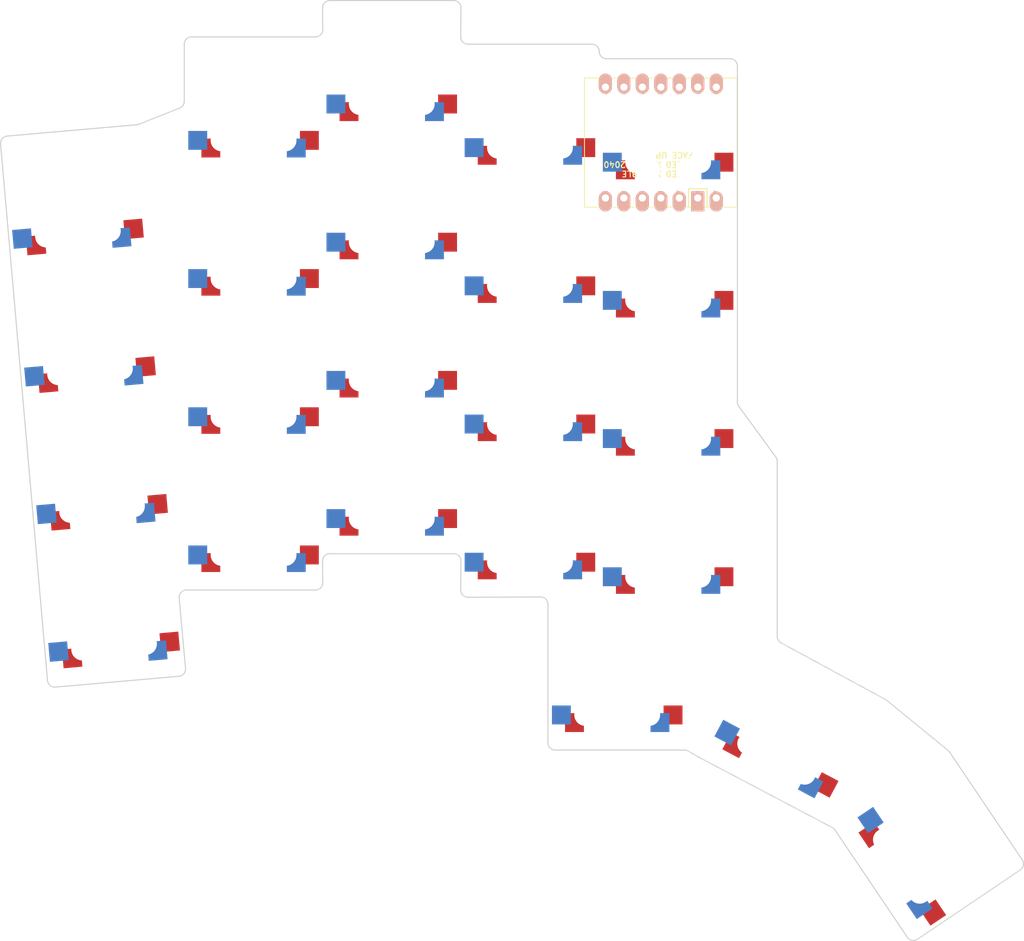
<source format=kicad_pcb>
(kicad_pcb (version 20240108) (generator "ergogen") (generator_version "4.1.0")
  (title_block (title "left") (date "2025-10-12") (rev "v1.0.0") (company "Unknown"))
  (layers (0 "F.Cu" signal) (31 "B.Cu" signal) (34 "B.Paste" user) (35 "F.Paste" user) (36 "B.SilkS" user "B.Silkscreen") (37 "F.SilkS" user "F.Silkscreen") (38 "B.Mask" user) (39 "F.Mask" user) (44 "Edge.Cuts" user))
  (net 0 "")
  (net 1 "P0")
  (net 2 "P1")
  (net 3 "P2")
  (net 4 "P3")
  (net 5 "P4")
  (net 6 "P5")
  (net 7 "P6")
  (net 8 "VUSB")
  (net 9 "GND")
  (net 10 "VCC")
  (net 11 "P10")
  (net 12 "P9")
  (net 13 "P8")
  (net 14 "P7")
  (net 15 "RST")
  (net 16 "BAT+")
  (footprint "gateron-ks27-hotswap-reversible" (layer "F.Cu")
    (property "Reference" "REF**" (at 0.1 -8.5 0) (layer "F.SilkS"))
    (property "Value" "ks27")
    (at 100 100 5)
    (fp_text reference "_1" hide)
    (pad "" np_thru_hole circle (at -4.4 4.7) (size 3 3) (drill 3) (layers "F&B.Cu" "*.Mask"))
    (pad "" np_thru_hole circle (at -2.6 5.75) (size 3 3) (drill 3) (layers "F&B.Cu" "*.Mask"))
    (pad "" np_thru_hole circle (at 0 0) (size 5 5) (drill 5) (layers "F&B.Cu" "*.Mask"))
    (pad "" np_thru_hole circle (at 2.6 5.75) (size 3 3) (drill 3) (layers "F&B.Cu" "*.Mask"))
    (pad "" np_thru_hole circle (at 4.4 4.7) (size 3 3) (drill 3) (layers "F&B.Cu" "*.Mask"))
    (pad "1" smd rect (at -7.675 4.7 5) (size 2.6 2.6) (layers "B.Cu" "B.Mask" "B.Paste"))
    (pad "1" smd rect (at -5.875 5.75 5) (size 2.6 2.6) (layers "F.Cu" "F.Mask" "F.Paste"))
    (pad "2" smd rect (at 5.875 5.75 5) (size 2.6 2.6) (layers "B.Cu" "B.Mask" "B.Paste"))
    (pad "2" smd rect (at 7.675 4.7 5) (size 2.6 2.6) (layers "F.Cu" "F.Mask" "F.Paste"))
  )
  (footprint "gateron-ks27-hotswap-reversible" (layer "F.Cu")
    (property "Reference" "REF**" (at 0.1 -8.5 0) (layer "F.SilkS"))
    (property "Value" "ks27")
    (at 98.3440409 81.0723007 5)
    (fp_text reference "_2" hide)
    (pad "" np_thru_hole circle (at -4.4 4.7) (size 3 3) (drill 3) (layers "F&B.Cu" "*.Mask"))
    (pad "" np_thru_hole circle (at -2.6 5.75) (size 3 3) (drill 3) (layers "F&B.Cu" "*.Mask"))
    (pad "" np_thru_hole circle (at 0 0) (size 5 5) (drill 5) (layers "F&B.Cu" "*.Mask"))
    (pad "" np_thru_hole circle (at 2.6 5.75) (size 3 3) (drill 3) (layers "F&B.Cu" "*.Mask"))
    (pad "" np_thru_hole circle (at 4.4 4.7) (size 3 3) (drill 3) (layers "F&B.Cu" "*.Mask"))
    (pad "1" smd rect (at -7.675 4.7 5) (size 2.6 2.6) (layers "B.Cu" "B.Mask" "B.Paste"))
    (pad "1" smd rect (at -5.875 5.75 5) (size 2.6 2.6) (layers "F.Cu" "F.Mask" "F.Paste"))
    (pad "2" smd rect (at 5.875 5.75 5) (size 2.6 2.6) (layers "B.Cu" "B.Mask" "B.Paste"))
    (pad "2" smd rect (at 7.675 4.7 5) (size 2.6 2.6) (layers "F.Cu" "F.Mask" "F.Paste"))
  )
  (footprint "gateron-ks27-hotswap-reversible" (layer "F.Cu")
    (property "Reference" "REF**" (at 0.1 -8.5 0) (layer "F.SilkS"))
    (property "Value" "ks27")
    (at 96.68808179999999 62.1446014 5)
    (fp_text reference "_3" hide)
    (pad "" np_thru_hole circle (at -4.4 4.7) (size 3 3) (drill 3) (layers "F&B.Cu" "*.Mask"))
    (pad "" np_thru_hole circle (at -2.6 5.75) (size 3 3) (drill 3) (layers "F&B.Cu" "*.Mask"))
    (pad "" np_thru_hole circle (at 0 0) (size 5 5) (drill 5) (layers "F&B.Cu" "*.Mask"))
    (pad "" np_thru_hole circle (at 2.6 5.75) (size 3 3) (drill 3) (layers "F&B.Cu" "*.Mask"))
    (pad "" np_thru_hole circle (at 4.4 4.7) (size 3 3) (drill 3) (layers "F&B.Cu" "*.Mask"))
    (pad "1" smd rect (at -7.675 4.7 5) (size 2.6 2.6) (layers "B.Cu" "B.Mask" "B.Paste"))
    (pad "1" smd rect (at -5.875 5.75 5) (size 2.6 2.6) (layers "F.Cu" "F.Mask" "F.Paste"))
    (pad "2" smd rect (at 5.875 5.75 5) (size 2.6 2.6) (layers "B.Cu" "B.Mask" "B.Paste"))
    (pad "2" smd rect (at 7.675 4.7 5) (size 2.6 2.6) (layers "F.Cu" "F.Mask" "F.Paste"))
  )
  (footprint "gateron-ks27-hotswap-reversible" (layer "F.Cu")
    (property "Reference" "REF**" (at 0.1 -8.5 0) (layer "F.SilkS"))
    (property "Value" "ks27")
    (at 95.03212269999999 43.2169021 5)
    (fp_text reference "_4" hide)
    (pad "" np_thru_hole circle (at -4.4 4.7) (size 3 3) (drill 3) (layers "F&B.Cu" "*.Mask"))
    (pad "" np_thru_hole circle (at -2.6 5.75) (size 3 3) (drill 3) (layers "F&B.Cu" "*.Mask"))
    (pad "" np_thru_hole circle (at 0 0) (size 5 5) (drill 5) (layers "F&B.Cu" "*.Mask"))
    (pad "" np_thru_hole circle (at 2.6 5.75) (size 3 3) (drill 3) (layers "F&B.Cu" "*.Mask"))
    (pad "" np_thru_hole circle (at 4.4 4.7) (size 3 3) (drill 3) (layers "F&B.Cu" "*.Mask"))
    (pad "1" smd rect (at -7.675 4.7 5) (size 2.6 2.6) (layers "B.Cu" "B.Mask" "B.Paste"))
    (pad "1" smd rect (at -5.875 5.75 5) (size 2.6 2.6) (layers "F.Cu" "F.Mask" "F.Paste"))
    (pad "2" smd rect (at 5.875 5.75 5) (size 2.6 2.6) (layers "B.Cu" "B.Mask" "B.Paste"))
    (pad "2" smd rect (at 7.675 4.7 5) (size 2.6 2.6) (layers "F.Cu" "F.Mask" "F.Paste"))
  )
  (footprint "gateron-ks27-hotswap-reversible" (layer "F.Cu")
    (property "Reference" "REF**" (at 0.1 -8.5 0) (layer "F.SilkS"))
    (property "Value" "ks27")
    (at 119.5834531 87.3632727 0)
    (fp_text reference "_5" hide)
    (pad "" np_thru_hole circle (at -4.4 4.7) (size 3 3) (drill 3) (layers "F&B.Cu" "*.Mask"))
    (pad "" np_thru_hole circle (at -2.6 5.75) (size 3 3) (drill 3) (layers "F&B.Cu" "*.Mask"))
    (pad "" np_thru_hole circle (at 0 0) (size 5 5) (drill 5) (layers "F&B.Cu" "*.Mask"))
    (pad "" np_thru_hole circle (at 2.6 5.75) (size 3 3) (drill 3) (layers "F&B.Cu" "*.Mask"))
    (pad "" np_thru_hole circle (at 4.4 4.7) (size 3 3) (drill 3) (layers "F&B.Cu" "*.Mask"))
    (pad "1" smd rect (at -7.675 4.7 0) (size 2.6 2.6) (layers "B.Cu" "B.Mask" "B.Paste"))
    (pad "1" smd rect (at -5.875 5.75 0) (size 2.6 2.6) (layers "F.Cu" "F.Mask" "F.Paste"))
    (pad "2" smd rect (at 5.875 5.75 0) (size 2.6 2.6) (layers "B.Cu" "B.Mask" "B.Paste"))
    (pad "2" smd rect (at 7.675 4.7 0) (size 2.6 2.6) (layers "F.Cu" "F.Mask" "F.Paste"))
  )
  (footprint "gateron-ks27-hotswap-reversible" (layer "F.Cu")
    (property "Reference" "REF**" (at 0.1 -8.5 0) (layer "F.SilkS"))
    (property "Value" "ks27")
    (at 119.5834531 68.3632727 0)
    (fp_text reference "_6" hide)
    (pad "" np_thru_hole circle (at -4.4 4.7) (size 3 3) (drill 3) (layers "F&B.Cu" "*.Mask"))
    (pad "" np_thru_hole circle (at -2.6 5.75) (size 3 3) (drill 3) (layers "F&B.Cu" "*.Mask"))
    (pad "" np_thru_hole circle (at 0 0) (size 5 5) (drill 5) (layers "F&B.Cu" "*.Mask"))
    (pad "" np_thru_hole circle (at 2.6 5.75) (size 3 3) (drill 3) (layers "F&B.Cu" "*.Mask"))
    (pad "" np_thru_hole circle (at 4.4 4.7) (size 3 3) (drill 3) (layers "F&B.Cu" "*.Mask"))
    (pad "1" smd rect (at -7.675 4.7 0) (size 2.6 2.6) (layers "B.Cu" "B.Mask" "B.Paste"))
    (pad "1" smd rect (at -5.875 5.75 0) (size 2.6 2.6) (layers "F.Cu" "F.Mask" "F.Paste"))
    (pad "2" smd rect (at 5.875 5.75 0) (size 2.6 2.6) (layers "B.Cu" "B.Mask" "B.Paste"))
    (pad "2" smd rect (at 7.675 4.7 0) (size 2.6 2.6) (layers "F.Cu" "F.Mask" "F.Paste"))
  )
  (footprint "gateron-ks27-hotswap-reversible" (layer "F.Cu")
    (property "Reference" "REF**" (at 0.1 -8.5 0) (layer "F.SilkS"))
    (property "Value" "ks27")
    (at 119.5834531 49.363272699999996 0)
    (fp_text reference "_7" hide)
    (pad "" np_thru_hole circle (at -4.4 4.7) (size 3 3) (drill 3) (layers "F&B.Cu" "*.Mask"))
    (pad "" np_thru_hole circle (at -2.6 5.75) (size 3 3) (drill 3) (layers "F&B.Cu" "*.Mask"))
    (pad "" np_thru_hole circle (at 0 0) (size 5 5) (drill 5) (layers "F&B.Cu" "*.Mask"))
    (pad "" np_thru_hole circle (at 2.6 5.75) (size 3 3) (drill 3) (layers "F&B.Cu" "*.Mask"))
    (pad "" np_thru_hole circle (at 4.4 4.7) (size 3 3) (drill 3) (layers "F&B.Cu" "*.Mask"))
    (pad "1" smd rect (at -7.675 4.7 0) (size 2.6 2.6) (layers "B.Cu" "B.Mask" "B.Paste"))
    (pad "1" smd rect (at -5.875 5.75 0) (size 2.6 2.6) (layers "F.Cu" "F.Mask" "F.Paste"))
    (pad "2" smd rect (at 5.875 5.75 0) (size 2.6 2.6) (layers "B.Cu" "B.Mask" "B.Paste"))
    (pad "2" smd rect (at 7.675 4.7 0) (size 2.6 2.6) (layers "F.Cu" "F.Mask" "F.Paste"))
  )
  (footprint "gateron-ks27-hotswap-reversible" (layer "F.Cu")
    (property "Reference" "REF**" (at 0.1 -8.5 0) (layer "F.SilkS"))
    (property "Value" "ks27")
    (at 119.5834531 30.363272699999996 0)
    (fp_text reference "_8" hide)
    (pad "" np_thru_hole circle (at -4.4 4.7) (size 3 3) (drill 3) (layers "F&B.Cu" "*.Mask"))
    (pad "" np_thru_hole circle (at -2.6 5.75) (size 3 3) (drill 3) (layers "F&B.Cu" "*.Mask"))
    (pad "" np_thru_hole circle (at 0 0) (size 5 5) (drill 5) (layers "F&B.Cu" "*.Mask"))
    (pad "" np_thru_hole circle (at 2.6 5.75) (size 3 3) (drill 3) (layers "F&B.Cu" "*.Mask"))
    (pad "" np_thru_hole circle (at 4.4 4.7) (size 3 3) (drill 3) (layers "F&B.Cu" "*.Mask"))
    (pad "1" smd rect (at -7.675 4.7 0) (size 2.6 2.6) (layers "B.Cu" "B.Mask" "B.Paste"))
    (pad "1" smd rect (at -5.875 5.75 0) (size 2.6 2.6) (layers "F.Cu" "F.Mask" "F.Paste"))
    (pad "2" smd rect (at 5.875 5.75 0) (size 2.6 2.6) (layers "B.Cu" "B.Mask" "B.Paste"))
    (pad "2" smd rect (at 7.675 4.7 0) (size 2.6 2.6) (layers "F.Cu" "F.Mask" "F.Paste"))
  )
  (footprint "gateron-ks27-hotswap-reversible" (layer "F.Cu")
    (property "Reference" "REF**" (at 0.1 -8.5 0) (layer "F.SilkS"))
    (property "Value" "ks27")
    (at 138.58345309999999 82.3632727 0)
    (fp_text reference "_9" hide)
    (pad "" np_thru_hole circle (at -4.4 4.7) (size 3 3) (drill 3) (layers "F&B.Cu" "*.Mask"))
    (pad "" np_thru_hole circle (at -2.6 5.75) (size 3 3) (drill 3) (layers "F&B.Cu" "*.Mask"))
    (pad "" np_thru_hole circle (at 0 0) (size 5 5) (drill 5) (layers "F&B.Cu" "*.Mask"))
    (pad "" np_thru_hole circle (at 2.6 5.75) (size 3 3) (drill 3) (layers "F&B.Cu" "*.Mask"))
    (pad "" np_thru_hole circle (at 4.4 4.7) (size 3 3) (drill 3) (layers "F&B.Cu" "*.Mask"))
    (pad "1" smd rect (at -7.675 4.7 0) (size 2.6 2.6) (layers "B.Cu" "B.Mask" "B.Paste"))
    (pad "1" smd rect (at -5.875 5.75 0) (size 2.6 2.6) (layers "F.Cu" "F.Mask" "F.Paste"))
    (pad "2" smd rect (at 5.875 5.75 0) (size 2.6 2.6) (layers "B.Cu" "B.Mask" "B.Paste"))
    (pad "2" smd rect (at 7.675 4.7 0) (size 2.6 2.6) (layers "F.Cu" "F.Mask" "F.Paste"))
  )
  (footprint "gateron-ks27-hotswap-reversible" (layer "F.Cu")
    (property "Reference" "REF**" (at 0.1 -8.5 0) (layer "F.SilkS"))
    (property "Value" "ks27")
    (at 138.58345309999999 63.363272699999996 0)
    (fp_text reference "_10" hide)
    (pad "" np_thru_hole circle (at -4.4 4.7) (size 3 3) (drill 3) (layers "F&B.Cu" "*.Mask"))
    (pad "" np_thru_hole circle (at -2.6 5.75) (size 3 3) (drill 3) (layers "F&B.Cu" "*.Mask"))
    (pad "" np_thru_hole circle (at 0 0) (size 5 5) (drill 5) (layers "F&B.Cu" "*.Mask"))
    (pad "" np_thru_hole circle (at 2.6 5.75) (size 3 3) (drill 3) (layers "F&B.Cu" "*.Mask"))
    (pad "" np_thru_hole circle (at 4.4 4.7) (size 3 3) (drill 3) (layers "F&B.Cu" "*.Mask"))
    (pad "1" smd rect (at -7.675 4.7 0) (size 2.6 2.6) (layers "B.Cu" "B.Mask" "B.Paste"))
    (pad "1" smd rect (at -5.875 5.75 0) (size 2.6 2.6) (layers "F.Cu" "F.Mask" "F.Paste"))
    (pad "2" smd rect (at 5.875 5.75 0) (size 2.6 2.6) (layers "B.Cu" "B.Mask" "B.Paste"))
    (pad "2" smd rect (at 7.675 4.7 0) (size 2.6 2.6) (layers "F.Cu" "F.Mask" "F.Paste"))
  )
  (footprint "gateron-ks27-hotswap-reversible" (layer "F.Cu")
    (property "Reference" "REF**" (at 0.1 -8.5 0) (layer "F.SilkS"))
    (property "Value" "ks27")
    (at 138.58345309999999 44.363272699999996 0)
    (fp_text reference "_11" hide)
    (pad "" np_thru_hole circle (at -4.4 4.7) (size 3 3) (drill 3) (layers "F&B.Cu" "*.Mask"))
    (pad "" np_thru_hole circle (at -2.6 5.75) (size 3 3) (drill 3) (layers "F&B.Cu" "*.Mask"))
    (pad "" np_thru_hole circle (at 0 0) (size 5 5) (drill 5) (layers "F&B.Cu" "*.Mask"))
    (pad "" np_thru_hole circle (at 2.6 5.75) (size 3 3) (drill 3) (layers "F&B.Cu" "*.Mask"))
    (pad "" np_thru_hole circle (at 4.4 4.7) (size 3 3) (drill 3) (layers "F&B.Cu" "*.Mask"))
    (pad "1" smd rect (at -7.675 4.7 0) (size 2.6 2.6) (layers "B.Cu" "B.Mask" "B.Paste"))
    (pad "1" smd rect (at -5.875 5.75 0) (size 2.6 2.6) (layers "F.Cu" "F.Mask" "F.Paste"))
    (pad "2" smd rect (at 5.875 5.75 0) (size 2.6 2.6) (layers "B.Cu" "B.Mask" "B.Paste"))
    (pad "2" smd rect (at 7.675 4.7 0) (size 2.6 2.6) (layers "F.Cu" "F.Mask" "F.Paste"))
  )
  (footprint "gateron-ks27-hotswap-reversible" (layer "F.Cu")
    (property "Reference" "REF**" (at 0.1 -8.5 0) (layer "F.SilkS"))
    (property "Value" "ks27")
    (at 138.58345309999999 25.363272699999996 0)
    (fp_text reference "_12" hide)
    (pad "" np_thru_hole circle (at -4.4 4.7) (size 3 3) (drill 3) (layers "F&B.Cu" "*.Mask"))
    (pad "" np_thru_hole circle (at -2.6 5.75) (size 3 3) (drill 3) (layers "F&B.Cu" "*.Mask"))
    (pad "" np_thru_hole circle (at 0 0) (size 5 5) (drill 5) (layers "F&B.Cu" "*.Mask"))
    (pad "" np_thru_hole circle (at 2.6 5.75) (size 3 3) (drill 3) (layers "F&B.Cu" "*.Mask"))
    (pad "" np_thru_hole circle (at 4.4 4.7) (size 3 3) (drill 3) (layers "F&B.Cu" "*.Mask"))
    (pad "1" smd rect (at -7.675 4.7 0) (size 2.6 2.6) (layers "B.Cu" "B.Mask" "B.Paste"))
    (pad "1" smd rect (at -5.875 5.75 0) (size 2.6 2.6) (layers "F.Cu" "F.Mask" "F.Paste"))
    (pad "2" smd rect (at 5.875 5.75 0) (size 2.6 2.6) (layers "B.Cu" "B.Mask" "B.Paste"))
    (pad "2" smd rect (at 7.675 4.7 0) (size 2.6 2.6) (layers "F.Cu" "F.Mask" "F.Paste"))
  )
  (footprint "gateron-ks27-hotswap-reversible" (layer "F.Cu")
    (property "Reference" "REF**" (at 0.1 -8.5 0) (layer "F.SilkS"))
    (property "Value" "ks27")
    (at 157.58345309999999 88.3632727 0)
    (fp_text reference "_13" hide)
    (pad "" np_thru_hole circle (at -4.4 4.7) (size 3 3) (drill 3) (layers "F&B.Cu" "*.Mask"))
    (pad "" np_thru_hole circle (at -2.6 5.75) (size 3 3) (drill 3) (layers "F&B.Cu" "*.Mask"))
    (pad "" np_thru_hole circle (at 0 0) (size 5 5) (drill 5) (layers "F&B.Cu" "*.Mask"))
    (pad "" np_thru_hole circle (at 2.6 5.75) (size 3 3) (drill 3) (layers "F&B.Cu" "*.Mask"))
    (pad "" np_thru_hole circle (at 4.4 4.7) (size 3 3) (drill 3) (layers "F&B.Cu" "*.Mask"))
    (pad "1" smd rect (at -7.675 4.7 0) (size 2.6 2.6) (layers "B.Cu" "B.Mask" "B.Paste"))
    (pad "1" smd rect (at -5.875 5.75 0) (size 2.6 2.6) (layers "F.Cu" "F.Mask" "F.Paste"))
    (pad "2" smd rect (at 5.875 5.75 0) (size 2.6 2.6) (layers "B.Cu" "B.Mask" "B.Paste"))
    (pad "2" smd rect (at 7.675 4.7 0) (size 2.6 2.6) (layers "F.Cu" "F.Mask" "F.Paste"))
  )
  (footprint "gateron-ks27-hotswap-reversible" (layer "F.Cu")
    (property "Reference" "REF**" (at 0.1 -8.5 0) (layer "F.SilkS"))
    (property "Value" "ks27")
    (at 157.58345309999999 69.3632727 0)
    (fp_text reference "_14" hide)
    (pad "" np_thru_hole circle (at -4.4 4.7) (size 3 3) (drill 3) (layers "F&B.Cu" "*.Mask"))
    (pad "" np_thru_hole circle (at -2.6 5.75) (size 3 3) (drill 3) (layers "F&B.Cu" "*.Mask"))
    (pad "" np_thru_hole circle (at 0 0) (size 5 5) (drill 5) (layers "F&B.Cu" "*.Mask"))
    (pad "" np_thru_hole circle (at 2.6 5.75) (size 3 3) (drill 3) (layers "F&B.Cu" "*.Mask"))
    (pad "" np_thru_hole circle (at 4.4 4.7) (size 3 3) (drill 3) (layers "F&B.Cu" "*.Mask"))
    (pad "1" smd rect (at -7.675 4.7 0) (size 2.6 2.6) (layers "B.Cu" "B.Mask" "B.Paste"))
    (pad "1" smd rect (at -5.875 5.75 0) (size 2.6 2.6) (layers "F.Cu" "F.Mask" "F.Paste"))
    (pad "2" smd rect (at 5.875 5.75 0) (size 2.6 2.6) (layers "B.Cu" "B.Mask" "B.Paste"))
    (pad "2" smd rect (at 7.675 4.7 0) (size 2.6 2.6) (layers "F.Cu" "F.Mask" "F.Paste"))
  )
  (footprint "gateron-ks27-hotswap-reversible" (layer "F.Cu")
    (property "Reference" "REF**" (at 0.1 -8.5 0) (layer "F.SilkS"))
    (property "Value" "ks27")
    (at 157.58345309999999 50.363272699999996 0)
    (fp_text reference "_15" hide)
    (pad "" np_thru_hole circle (at -4.4 4.7) (size 3 3) (drill 3) (layers "F&B.Cu" "*.Mask"))
    (pad "" np_thru_hole circle (at -2.6 5.75) (size 3 3) (drill 3) (layers "F&B.Cu" "*.Mask"))
    (pad "" np_thru_hole circle (at 0 0) (size 5 5) (drill 5) (layers "F&B.Cu" "*.Mask"))
    (pad "" np_thru_hole circle (at 2.6 5.75) (size 3 3) (drill 3) (layers "F&B.Cu" "*.Mask"))
    (pad "" np_thru_hole circle (at 4.4 4.7) (size 3 3) (drill 3) (layers "F&B.Cu" "*.Mask"))
    (pad "1" smd rect (at -7.675 4.7 0) (size 2.6 2.6) (layers "B.Cu" "B.Mask" "B.Paste"))
    (pad "1" smd rect (at -5.875 5.75 0) (size 2.6 2.6) (layers "F.Cu" "F.Mask" "F.Paste"))
    (pad "2" smd rect (at 5.875 5.75 0) (size 2.6 2.6) (layers "B.Cu" "B.Mask" "B.Paste"))
    (pad "2" smd rect (at 7.675 4.7 0) (size 2.6 2.6) (layers "F.Cu" "F.Mask" "F.Paste"))
  )
  (footprint "gateron-ks27-hotswap-reversible" (layer "F.Cu")
    (property "Reference" "REF**" (at 0.1 -8.5 0) (layer "F.SilkS"))
    (property "Value" "ks27")
    (at 157.58345309999999 31.363272699999996 0)
    (fp_text reference "_16" hide)
    (pad "" np_thru_hole circle (at -4.4 4.7) (size 3 3) (drill 3) (layers "F&B.Cu" "*.Mask"))
    (pad "" np_thru_hole circle (at -2.6 5.75) (size 3 3) (drill 3) (layers "F&B.Cu" "*.Mask"))
    (pad "" np_thru_hole circle (at 0 0) (size 5 5) (drill 5) (layers "F&B.Cu" "*.Mask"))
    (pad "" np_thru_hole circle (at 2.6 5.75) (size 3 3) (drill 3) (layers "F&B.Cu" "*.Mask"))
    (pad "" np_thru_hole circle (at 4.4 4.7) (size 3 3) (drill 3) (layers "F&B.Cu" "*.Mask"))
    (pad "1" smd rect (at -7.675 4.7 0) (size 2.6 2.6) (layers "B.Cu" "B.Mask" "B.Paste"))
    (pad "1" smd rect (at -5.875 5.75 0) (size 2.6 2.6) (layers "F.Cu" "F.Mask" "F.Paste"))
    (pad "2" smd rect (at 5.875 5.75 0) (size 2.6 2.6) (layers "B.Cu" "B.Mask" "B.Paste"))
    (pad "2" smd rect (at 7.675 4.7 0) (size 2.6 2.6) (layers "F.Cu" "F.Mask" "F.Paste"))
  )
  (footprint "gateron-ks27-hotswap-reversible" (layer "F.Cu")
    (property "Reference" "REF**" (at 0.1 -8.5 0) (layer "F.SilkS"))
    (property "Value" "ks27")
    (at 176.58345309999999 90.3632727 0)
    (fp_text reference "_17" hide)
    (pad "" np_thru_hole circle (at -4.4 4.7) (size 3 3) (drill 3) (layers "F&B.Cu" "*.Mask"))
    (pad "" np_thru_hole circle (at -2.6 5.75) (size 3 3) (drill 3) (layers "F&B.Cu" "*.Mask"))
    (pad "" np_thru_hole circle (at 0 0) (size 5 5) (drill 5) (layers "F&B.Cu" "*.Mask"))
    (pad "" np_thru_hole circle (at 2.6 5.75) (size 3 3) (drill 3) (layers "F&B.Cu" "*.Mask"))
    (pad "" np_thru_hole circle (at 4.4 4.7) (size 3 3) (drill 3) (layers "F&B.Cu" "*.Mask"))
    (pad "1" smd rect (at -7.675 4.7 0) (size 2.6 2.6) (layers "B.Cu" "B.Mask" "B.Paste"))
    (pad "1" smd rect (at -5.875 5.75 0) (size 2.6 2.6) (layers "F.Cu" "F.Mask" "F.Paste"))
    (pad "2" smd rect (at 5.875 5.75 0) (size 2.6 2.6) (layers "B.Cu" "B.Mask" "B.Paste"))
    (pad "2" smd rect (at 7.675 4.7 0) (size 2.6 2.6) (layers "F.Cu" "F.Mask" "F.Paste"))
  )
  (footprint "gateron-ks27-hotswap-reversible" (layer "F.Cu")
    (property "Reference" "REF**" (at 0.1 -8.5 0) (layer "F.SilkS"))
    (property "Value" "ks27")
    (at 176.58345309999999 71.3632727 0)
    (fp_text reference "_18" hide)
    (pad "" np_thru_hole circle (at -4.4 4.7) (size 3 3) (drill 3) (layers "F&B.Cu" "*.Mask"))
    (pad "" np_thru_hole circle (at -2.6 5.75) (size 3 3) (drill 3) (layers "F&B.Cu" "*.Mask"))
    (pad "" np_thru_hole circle (at 0 0) (size 5 5) (drill 5) (layers "F&B.Cu" "*.Mask"))
    (pad "" np_thru_hole circle (at 2.6 5.75) (size 3 3) (drill 3) (layers "F&B.Cu" "*.Mask"))
    (pad "" np_thru_hole circle (at 4.4 4.7) (size 3 3) (drill 3) (layers "F&B.Cu" "*.Mask"))
    (pad "1" smd rect (at -7.675 4.7 0) (size 2.6 2.6) (layers "B.Cu" "B.Mask" "B.Paste"))
    (pad "1" smd rect (at -5.875 5.75 0) (size 2.6 2.6) (layers "F.Cu" "F.Mask" "F.Paste"))
    (pad "2" smd rect (at 5.875 5.75 0) (size 2.6 2.6) (layers "B.Cu" "B.Mask" "B.Paste"))
    (pad "2" smd rect (at 7.675 4.7 0) (size 2.6 2.6) (layers "F.Cu" "F.Mask" "F.Paste"))
  )
  (footprint "gateron-ks27-hotswap-reversible" (layer "F.Cu")
    (property "Reference" "REF**" (at 0.1 -8.5 0) (layer "F.SilkS"))
    (property "Value" "ks27")
    (at 176.58345309999999 52.363272699999996 0)
    (fp_text reference "_19" hide)
    (pad "" np_thru_hole circle (at -4.4 4.7) (size 3 3) (drill 3) (layers "F&B.Cu" "*.Mask"))
    (pad "" np_thru_hole circle (at -2.6 5.75) (size 3 3) (drill 3) (layers "F&B.Cu" "*.Mask"))
    (pad "" np_thru_hole circle (at 0 0) (size 5 5) (drill 5) (layers "F&B.Cu" "*.Mask"))
    (pad "" np_thru_hole circle (at 2.6 5.75) (size 3 3) (drill 3) (layers "F&B.Cu" "*.Mask"))
    (pad "" np_thru_hole circle (at 4.4 4.7) (size 3 3) (drill 3) (layers "F&B.Cu" "*.Mask"))
    (pad "1" smd rect (at -7.675 4.7 0) (size 2.6 2.6) (layers "B.Cu" "B.Mask" "B.Paste"))
    (pad "1" smd rect (at -5.875 5.75 0) (size 2.6 2.6) (layers "F.Cu" "F.Mask" "F.Paste"))
    (pad "2" smd rect (at 5.875 5.75 0) (size 2.6 2.6) (layers "B.Cu" "B.Mask" "B.Paste"))
    (pad "2" smd rect (at 7.675 4.7 0) (size 2.6 2.6) (layers "F.Cu" "F.Mask" "F.Paste"))
  )
  (footprint "gateron-ks27-hotswap-reversible" (layer "F.Cu")
    (property "Reference" "REF**" (at 0.1 -8.5 0) (layer "F.SilkS"))
    (property "Value" "ks27")
    (at 176.58345309999999 33.363272699999996 0)
    (fp_text reference "_20" hide)
    (pad "" np_thru_hole circle (at -4.4 4.7) (size 3 3) (drill 3) (layers "F&B.Cu" "*.Mask"))
    (pad "" np_thru_hole circle (at -2.6 5.75) (size 3 3) (drill 3) (layers "F&B.Cu" "*.Mask"))
    (pad "" np_thru_hole circle (at 0 0) (size 5 5) (drill 5) (layers "F&B.Cu" "*.Mask"))
    (pad "" np_thru_hole circle (at 2.6 5.75) (size 3 3) (drill 3) (layers "F&B.Cu" "*.Mask"))
    (pad "" np_thru_hole circle (at 4.4 4.7) (size 3 3) (drill 3) (layers "F&B.Cu" "*.Mask"))
    (pad "1" smd rect (at -7.675 4.7 0) (size 2.6 2.6) (layers "B.Cu" "B.Mask" "B.Paste"))
    (pad "1" smd rect (at -5.875 5.75 0) (size 2.6 2.6) (layers "F.Cu" "F.Mask" "F.Paste"))
    (pad "2" smd rect (at 5.875 5.75 0) (size 2.6 2.6) (layers "B.Cu" "B.Mask" "B.Paste"))
    (pad "2" smd rect (at 7.675 4.7 0) (size 2.6 2.6) (layers "F.Cu" "F.Mask" "F.Paste"))
  )
  (footprint "gateron-ks27-hotswap-reversible" (layer "F.Cu")
    (property "Reference" "REF**" (at 0.1 -8.5 0) (layer "F.SilkS"))
    (property "Value" "ks27")
    (at 169.58345309999999 109.3632727 0)
    (fp_text reference "_21" hide)
    (pad "" np_thru_hole circle (at -4.4 4.7) (size 3 3) (drill 3) (layers "F&B.Cu" "*.Mask"))
    (pad "" np_thru_hole circle (at -2.6 5.75) (size 3 3) (drill 3) (layers "F&B.Cu" "*.Mask"))
    (pad "" np_thru_hole circle (at 0 0) (size 5 5) (drill 5) (layers "F&B.Cu" "*.Mask"))
    (pad "" np_thru_hole circle (at 2.6 5.75) (size 3 3) (drill 3) (layers "F&B.Cu" "*.Mask"))
    (pad "" np_thru_hole circle (at 4.4 4.7) (size 3 3) (drill 3) (layers "F&B.Cu" "*.Mask"))
    (pad "1" smd rect (at -7.675 4.7 0) (size 2.6 2.6) (layers "B.Cu" "B.Mask" "B.Paste"))
    (pad "1" smd rect (at -5.875 5.75 0) (size 2.6 2.6) (layers "F.Cu" "F.Mask" "F.Paste"))
    (pad "2" smd rect (at 5.875 5.75 0) (size 2.6 2.6) (layers "B.Cu" "B.Mask" "B.Paste"))
    (pad "2" smd rect (at 7.675 4.7 0) (size 2.6 2.6) (layers "F.Cu" "F.Mask" "F.Paste"))
  )
  (footprint "gateron-ks27-hotswap-reversible" (layer "F.Cu")
    (property "Reference" "REF**" (at 0.1 -8.5 0) (layer "F.SilkS"))
    (property "Value" "ks27")
    (at 193.6833314 115.93303519999999 -28)
    (fp_text reference "_22" hide)
    (pad "" np_thru_hole circle (at -4.4 4.7) (size 3 3) (drill 3) (layers "F&B.Cu" "*.Mask"))
    (pad "" np_thru_hole circle (at -2.6 5.75) (size 3 3) (drill 3) (layers "F&B.Cu" "*.Mask"))
    (pad "" np_thru_hole circle (at 0 0) (size 5 5) (drill 5) (layers "F&B.Cu" "*.Mask"))
    (pad "" np_thru_hole circle (at 2.6 5.75) (size 3 3) (drill 3) (layers "F&B.Cu" "*.Mask"))
    (pad "" np_thru_hole circle (at 4.4 4.7) (size 3 3) (drill 3) (layers "F&B.Cu" "*.Mask"))
    (pad "1" smd rect (at -7.675 4.7 -28) (size 2.6 2.6) (layers "B.Cu" "B.Mask" "B.Paste"))
    (pad "1" smd rect (at -5.875 5.75 -28) (size 2.6 2.6) (layers "F.Cu" "F.Mask" "F.Paste"))
    (pad "2" smd rect (at 5.875 5.75 -28) (size 2.6 2.6) (layers "B.Cu" "B.Mask" "B.Paste"))
    (pad "2" smd rect (at 7.675 4.7 -28) (size 2.6 2.6) (layers "F.Cu" "F.Mask" "F.Paste"))
  )
  (footprint "gateron-ks27-hotswap-reversible" (layer "F.Cu")
    (property "Reference" "REF**" (at 0.1 -8.5 0) (layer "F.SilkS"))
    (property "Value" "ks27")
    (at 212.6063922 132.2389752 -56)
    (fp_text reference "_23" hide)
    (pad "" np_thru_hole circle (at -4.4 4.7) (size 3 3) (drill 3) (layers "F&B.Cu" "*.Mask"))
    (pad "" np_thru_hole circle (at -2.6 5.75) (size 3 3) (drill 3) (layers "F&B.Cu" "*.Mask"))
    (pad "" np_thru_hole circle (at 0 0) (size 5 5) (drill 5) (layers "F&B.Cu" "*.Mask"))
    (pad "" np_thru_hole circle (at 2.6 5.75) (size 3 3) (drill 3) (layers "F&B.Cu" "*.Mask"))
    (pad "" np_thru_hole circle (at 4.4 4.7) (size 3 3) (drill 3) (layers "F&B.Cu" "*.Mask"))
    (pad "1" smd rect (at -7.675 4.7 -56) (size 2.6 2.6) (layers "B.Cu" "B.Mask" "B.Paste"))
    (pad "1" smd rect (at -5.875 5.75 -56) (size 2.6 2.6) (layers "F.Cu" "F.Mask" "F.Paste"))
    (pad "2" smd rect (at 5.875 5.75 -56) (size 2.6 2.6) (layers "B.Cu" "B.Mask" "B.Paste"))
    (pad "2" smd rect (at 7.675 4.7 -56) (size 2.6 2.6) (layers "F.Cu" "F.Mask" "F.Paste"))
  )
  (module xiao-ble (layer F.Cu) (at 175.58345309999999 35.363272699999996 -90)
    (fp_text reference "MCU1" hide)
    (fp_text user "SEEED XIAO BLE\nSEEED XIAO RP2040\nFACE UP" (at 3 -4.5 -180 unlocked) (layer F.SilkS) (effects (font (size 0.8 0.8)) (justify left)))
    (fp_line (start 8.89 3.545) (end 8.89 4.075) (layer "F.SilkS") (width 0.12))
    (fp_line (start 8.89 0.995) (end 8.89 1.525) (layer "F.SilkS") (width 0.12))
    (fp_line (start 8.89 6.085) (end 8.89 6.615) (layer "F.SilkS") (width 0.12))
    (fp_line (start -8.89 3.535) (end -8.89 4.065) (layer "F.SilkS") (width 0.12))
    (fp_line (start -8.89 -10.5) (end 8.89 -10.5) (layer "F.SilkS") (width 0.12))
    (fp_line (start -8.89 -8.6) (end -8.89 -10.5) (layer "F.SilkS") (width 0.12))
    (fp_line (start 8.89 -4.075) (end 8.89 -3.545) (layer "F.SilkS") (width 0.12))
    (fp_line (start -8.89 -6.625) (end -8.89 -6.095) (layer "F.SilkS") (width 0.12))
    (fp_line (start -8.89 10.5) (end -8.89 8.6) (layer "F.SilkS") (width 0.12))
    (fp_line (start 8.89 -10.49) (end 8.89 -8.65) (layer "F.SilkS") (width 0.12))
    (fp_line (start 8.89 -1.535) (end 8.89 -1.005) (layer "F.SilkS") (width 0.12))
    (fp_line (start -8.89 6.075) (end -8.89 6.605) (layer "F.SilkS") (width 0.12))
    (fp_line (start -8.89 -1.545) (end -8.89 -1.015) (layer "F.SilkS") (width 0.12))
    (fp_line (start -8.89 -4.085) (end -8.89 -3.555) (layer "F.SilkS") (width 0.12))
    (fp_line (start 8.89 -6.61) (end 8.89 -6.08) (layer "F.SilkS") (width 0.12))
    (fp_line (start 8.89 8.61) (end 8.89 10.5) (layer "F.SilkS") (width 0.12))
    (fp_line (start 8.89 10.5) (end -8.89 10.5) (layer "F.SilkS") (width 0.12))
    (fp_line (start -8.89 0.995) (end -8.89 1.525) (layer "F.SilkS") (width 0.12))
    (fp_line (start 6.35 -6.35) (end 6.35 -3.81) (layer F.SilkS) (width 0.15))
    (fp_line (start 6.35 -6.35) (end 8.89 -6.35) (layer F.SilkS) (width 0.15))
    (fp_line (start 6.35 -3.81) (end 8.89 -3.81) (layer F.SilkS) (width 0.15))
    (fp_text user "P0" (at -6.5 -7.62 -90) (layer B.SilkS) (effects (font (size 0.6 0.6)) (justify right mirror)))
    (fp_text user "P1" (at -6.5 -5.08 -90) (layer B.SilkS) (effects (font (size 0.6 0.6)) (justify right mirror)))
    (fp_text user "P2" (at -6.5 -2.54 -90) (layer B.SilkS) (effects (font (size 0.6 0.6)) (justify right mirror)))
    (fp_text user "P3" (at -6.5 -0 -90) (layer B.SilkS) (effects (font (size 0.6 0.6)) (justify right mirror)))
    (fp_text user "P4" (at -6.5 2.54 -90) (layer B.SilkS) (effects (font (size 0.6 0.6)) (justify right mirror)))
    (fp_text user "P5" (at -6.5 5.08 -90) (layer B.SilkS) (effects (font (size 0.6 0.6)) (justify right mirror)))
    (fp_text user "P6" (at -6.5 7.62 -90) (layer B.SilkS) (effects (font (size 0.6 0.6)) (justify right mirror)))
    (fp_text user "VUSB" (at 6.5 -7.62 -90) (layer B.SilkS) (effects (font (size 0.6 0.6)) (justify left mirror)))
    (fp_text user "GND" (at 6.5 -5.08 -90) (layer B.SilkS) (effects (font (size 0.6 0.6)) (justify left mirror)))
    (fp_text user "VCC" (at 6.5 -2.54 -90) (layer B.SilkS) (effects (font (size 0.6 0.6)) (justify left mirror)))
    (fp_text user "P10" (at 6.5 0 -90) (layer B.SilkS) (effects (font (size 0.6 0.6)) (justify left mirror)))
    (fp_text user "P9" (at 6.5 2.54 -90) (layer B.SilkS) (effects (font (size 0.6 0.6)) (justify left mirror)))
    (fp_text user "P8" (at 6.5 5.08 -90) (layer B.SilkS) (effects (font (size 0.6 0.6)) (justify left mirror)))
    (fp_text user "P7" (at 6.5 7.62 -90) (layer B.SilkS) (effects (font (size 0.6 0.6)) (justify left mirror)))
    (pad 1 thru_hole oval (at -7.62 -7.62 -90) (size 2.75 1.8) (drill 1 (offset -0.475 0)) (layers *.Cu *.SilkS *.Mask) (net 1 "P0"))
    (pad 2 thru_hole oval (at -7.62 -5.08 -90) (size 2.75 1.8) (drill 1 (offset -0.475 0)) (layers *.Cu *.SilkS *.Mask) (net 2 "P1"))
    (pad 3 thru_hole oval (at -7.62 -2.54 -90) (size 2.75 1.8) (drill 1 (offset -0.475 0)) (layers *.Cu *.SilkS *.Mask) (net 3 "P2"))
    (pad 4 thru_hole oval (at -7.62 0 -90) (size 2.75 1.8) (drill 1 (offset -0.475 0)) (layers *.Cu *.SilkS *.Mask) (net 4 "P3"))
    (pad 5 thru_hole oval (at -7.62 2.54 -90) (size 2.75 1.8) (drill 1 (offset -0.475 0)) (layers *.Cu *.SilkS *.Mask) (net 5 "P4"))
    (pad 6 thru_hole oval (at -7.62 5.08 -90) (size 2.75 1.8) (drill 1 (offset -0.475 0)) (layers *.Cu *.SilkS *.Mask) (net 6 "P5"))
    (pad 7 thru_hole oval (at -7.62 7.62 -90) (size 2.75 1.8) (drill 1 (offset -0.475 0)) (layers *.Cu *.SilkS *.Mask) (net 7 "P6"))
    (pad 8 thru_hole oval (at 7.62 7.62 90) (size 2.75 1.8) (drill 1 (offset -0.475 0)) (layers *.Cu *.SilkS *.Mask) (net 14 "P7"))
    (pad 9 thru_hole oval (at 7.62 5.08 90) (size 2.75 1.8) (drill 1 (offset -0.475 0)) (layers *.Cu *.SilkS *.Mask) (net 13 "P8"))
    (pad 10 thru_hole oval (at 7.62 2.54 90) (size 2.75 1.8) (drill 1 (offset -0.475 0)) (layers *.Cu *.SilkS *.Mask) (net 12 "P9"))
    (pad 11 thru_hole oval (at 7.62 0 90) (size 2.75 1.8) (drill 1 (offset -0.475 0)) (layers *.Cu *.SilkS *.Mask) (net 11 "P10"))
    (pad 12 thru_hole oval (at 7.62 -2.54 90) (size 2.75 1.8) (drill 1 (offset -0.475 0)) (layers *.Cu *.SilkS *.Mask) (net 10 "VCC"))
    (pad 13 thru_hole rect (at 7.62 -5.08 90) (size 2.75 1.8) (drill 1 (offset -0.475 0)) (layers *.Cu *.SilkS *.Mask) (net 9 "GND"))
    (pad 14 thru_hole oval (at 7.62 -7.62 90) (size 2.75 1.8) (drill 1 (offset -0.475 0)) (layers *.Cu *.SilkS *.Mask) (net 8 "VUSB"))
  )
  (gr_line (start 109.32013765487713 108.74597751184739) (end 92.33759865412384 110.2317571606115) (layer Edge.Cuts) (stroke (width 0.15)))
  (gr_line (start 91.25424825412382 109.32271816061166) (end 84.80036553833943 35.55450075324336) (layer Edge.Cuts) (stroke (width 0.15)))
  (gr_line (start 85.70940453833947 34.47115035324358) (end 103.54445428615412 32.91078567816035) (layer Edge.Cuts) (stroke (width 0.15)))
  (gr_line (start 103.8271318861541 32.84368907816037) (end 109.4282864 30.614114495826236) (layer Edge.Cuts) (stroke (width 0.15)))
  (gr_line (start 110.0584531 29.68501639582624) (end 110.0584531 21.838272699999997) (layer Edge.Cuts) (stroke (width 0.15)))
  (gr_line (start 111.0584531 20.838272699999997) (end 128.098403105 20.838272699999997) (layer Edge.Cuts) (stroke (width 0.15)))
  (gr_line (start 129.09835310499997 19.828273199998875) (end 129.068553095 16.84827220000261) (layer Edge.Cuts) (stroke (width 0.15)))
  (gr_line (start 130.068503095 15.838272699999996) (end 147.100085025 15.838272699999996) (layer Edge.Cuts) (stroke (width 0.15)))
  (gr_line (start 148.10005032499996 16.84660570000051) (end 148.066855875 20.829939700000978) (layer Edge.Cuts) (stroke (width 0.15)))
  (gr_line (start 149.06682117500003 21.838272699999997) (end 166.11344060049996 21.838272699999997) (layer Edge.Cuts) (stroke (width 0.15)))
  (gr_line (start 167.11342810049996 22.83327279999503) (end 167.11347809949999 22.84327260000282) (layer Edge.Cuts) (stroke (width 0.15)))
  (gr_line (start 168.11346559949996 23.838272699999997) (end 185.1084531 23.838272699999997) (layer Edge.Cuts) (stroke (width 0.15)))
  (gr_line (start 186.1084531 24.838272699999997) (end 186.1084531 71.03710366575348) (layer Edge.Cuts) (stroke (width 0.15)))
  (gr_line (start 186.3007661 71.62671516575341) (end 191.39114009999994 78.59983023424653) (layer Edge.Cuts) (stroke (width 0.15)))
  (gr_line (start 191.58345309999999 79.18944173424654) (end 191.58345309999999 103.26823122902879) (layer Edge.Cuts) (stroke (width 0.15)))
  (gr_line (start 192.1064294 104.14712162902879) (end 206.4828114384788 111.95000035399364) (layer Edge.Cuts) (stroke (width 0.15)))
  (gr_line (start 206.6377091384788 112.05385825399364) (end 215.06216069263908 118.9227208779119) (layer Edge.Cuts) (stroke (width 0.15)))
  (gr_line (start 215.25927689263912 119.13856047791191) (end 225.27009459555202 133.98020812288277) (layer Edge.Cuts) (stroke (width 0.15)))
  (gr_line (start 225.00024989555203 135.36843862288282) (end 210.86515927711713 144.90267759555203) (layer Edge.Cuts) (stroke (width 0.15)))
  (gr_line (start 209.47692877711722 144.63283289555207) (end 199.52395445303543 129.8769415866452) (layer Edge.Cuts) (stroke (width 0.15)))
  (gr_line (start 199.16130925303543 129.55155658664518) (end 180.81962239584425 119.88092889685413) (layer Edge.Cuts) (stroke (width 0.15)))
  (gr_line (start 180.78386409584422 119.86113119685412) (end 179.3413222587815 119.0234925) (layer Edge.Cuts) (stroke (width 0.15)))
  (gr_line (start 178.83917155878152 118.8882727) (end 161.05845309999998 118.8882727) (layer Edge.Cuts) (stroke (width 0.15)))
  (gr_line (start 160.05845309999998 117.8882727) (end 160.05845309999998 98.8424480275) (layer Edge.Cuts) (stroke (width 0.15)))
  (gr_line (start 159.05428650000002 97.8424567275) (end 149.07102286117228 97.88405365932844) (layer Edge.Cuts) (stroke (width 0.15)))
  (gr_line (start 148.06689096117222 96.87572935932621) (end 148.100050325 92.89660569999978) (layer Edge.Cuts) (stroke (width 0.15)))
  (gr_line (start 147.10008502499997 91.8882727) (end 130.06850309499998 91.8882727) (layer Edge.Cuts) (stroke (width 0.15)))
  (gr_line (start 129.06855309499997 92.89827220000006) (end 129.098353105 95.87827320000179) (layer Edge.Cuts) (stroke (width 0.15)))
  (gr_line (start 128.098403105 96.8882727) (end 110.35259961794864 96.8882727) (layer Edge.Cuts) (stroke (width 0.15)))
  (gr_line (start 109.35663371794864 97.97800529999995) (end 110.22894785487712 107.66005021184719) (layer Edge.Cuts) (stroke (width 0.15)))
  (gr_arc (start 91.25424825412384 109.32271816061147) (mid 91.60765535412384 110.00160686061147) (end 92.33759865412384 110.23175716061148) (layer Edge.Cuts) (stroke (width 0.15)))
  (gr_arc (start 85.70940453833946 34.47115035324344) (mid 85.03051583833945 34.824557453243436) (end 84.80036553833945 35.55450075324343) (layer Edge.Cuts) (stroke (width 0.15)))
  (gr_arc (start 103.5444542861541 32.91078567816036) (mid 103.6882427861541 32.88755797816036) (end 103.8271318861541 32.84368907816036) (layer Edge.Cuts) (stroke (width 0.15)))
  (gr_arc (start 109.42828639999999 30.61411449582624) (mid 109.88605 30.246339195826238) (end 110.0584531 29.68501639582624) (layer Edge.Cuts) (stroke (width 0.15)))
  (gr_arc (start 111.0584531 20.838272699999997) (mid 110.35134629999999 21.1311659) (end 110.0584531 21.838272699999997) (layer Edge.Cuts) (stroke (width 0.15)))
  (gr_arc (start 128.098403105 20.838272699999997) (mid 128.809036405 20.541835199999998) (end 129.098353105 19.828273199999998) (layer Edge.Cuts) (stroke (width 0.15)))
  (gr_arc (start 130.068503095 15.838272700002562) (mid 129.357869795 16.134710200002562) (end 129.068553095 16.84827220000256) (layer Edge.Cuts) (stroke (width 0.15)))
  (gr_arc (start 148.100050325 16.846605699999998) (mid 147.81013182499998 16.134118199999996) (end 147.100085025 15.838272699999997) (layer Edge.Cuts) (stroke (width 0.15)))
  (gr_arc (start 148.06685587500002 20.829939699998924) (mid 148.35677437500004 21.542427199998926) (end 149.06682117500003 21.838272699998925) (layer Edge.Cuts) (stroke (width 0.15)))
  (gr_arc (start 167.11342810049996 22.833272799999996) (mid 166.81877740049995 22.129400399999998) (end 166.11344060049996 21.838272699999997) (layer Edge.Cuts) (stroke (width 0.15)))
  (gr_arc (start 167.11347809949996 22.843272599998926) (mid 167.40812879949996 23.547144999998924) (end 168.11346559949996 23.838272699998925) (layer Edge.Cuts) (stroke (width 0.15)))
  (gr_arc (start 186.1084531 24.838272699999997) (mid 185.81555989999998 24.1311659) (end 185.1084531 23.838272699999997) (layer Edge.Cuts) (stroke (width 0.15)))
  (gr_arc (start 186.1084531 71.03710366575348) (mid 186.15774629999999 71.34719476575347) (end 186.3007661 71.62671516575348) (layer Edge.Cuts) (stroke (width 0.15)))
  (gr_arc (start 191.58345309999999 79.18944173424654) (mid 191.5341599 78.87935063424655) (end 191.39114009999997 78.59983023424654) (layer Edge.Cuts) (stroke (width 0.15)))
  (gr_arc (start 191.58345309999999 103.26823122902879) (mid 191.724086 103.77959032902879) (end 192.1064294 104.14712162902879) (layer Edge.Cuts) (stroke (width 0.15)))
  (gr_arc (start 206.6377091384788 112.05385825399367) (mid 206.5626866384788 111.99831045399367) (end 206.4828114384788 111.95000035399366) (layer Edge.Cuts) (stroke (width 0.15)))
  (gr_arc (start 215.25927689263906 119.1385604779119) (mid 215.16864769263907 119.02339957791189) (end 215.06216069263908 118.9227208779119) (layer Edge.Cuts) (stroke (width 0.15)))
  (gr_arc (start 225.000249895552 135.36843862288276) (mid 225.422684195552 134.73021002288277) (end 225.270094595552 133.98020812288277) (layer Edge.Cuts) (stroke (width 0.15)))
  (gr_arc (start 209.47692877711717 144.63283289555204) (mid 210.11515737711716 145.05526719555203) (end 210.86515927711716 144.90267759555203) (layer Edge.Cuts) (stroke (width 0.15)))
  (gr_arc (start 199.52395445303546 129.8769415866452) (mid 199.36275185303546 129.6918250866452) (end 199.16130925303545 129.55155658664518) (layer Edge.Cuts) (stroke (width 0.15)))
  (gr_arc (start 180.78386409584422 119.86113109685411) (mid 180.80164209584422 119.8712126968541) (end 180.81962239584422 119.8809288968541) (layer Edge.Cuts) (stroke (width 0.15)))
  (gr_arc (start 179.3413222587815 119.0234926) (mid 179.0991906587815 118.9226693) (end 178.8391716587815 118.8882727) (layer Edge.Cuts) (stroke (width 0.15)))
  (gr_arc (start 160.05845309999998 117.8882727) (mid 160.3513463 118.5953795) (end 161.05845309999998 118.8882727) (layer Edge.Cuts) (stroke (width 0.15)))
  (gr_arc (start 160.05845309999998 98.8424480275) (mid 159.76408519999998 98.1338696275) (end 159.0542865 97.8424567275) (layer Edge.Cuts) (stroke (width 0.15)))
  (gr_arc (start 148.06689096117225 96.87572935932846) (mid 148.35827796117226 97.58969455932845) (end 149.07102286117225 97.88405365932846) (layer Edge.Cuts) (stroke (width 0.15)))
  (gr_arc (start 148.10005032499998 92.89660569999819) (mid 147.81013182499996 92.1841181999982) (end 147.10008502499997 91.8882726999982) (layer Edge.Cuts) (stroke (width 0.15)))
  (gr_arc (start 130.06850309499998 91.8882727) (mid 129.35786979499997 92.1847102) (end 129.06855309499997 92.89827220000001) (layer Edge.Cuts) (stroke (width 0.15)))
  (gr_arc (start 128.098403105 96.88827270000183) (mid 128.809036405 96.59183520000184) (end 129.098353105 95.87827320000183) (layer Edge.Cuts) (stroke (width 0.15)))
  (gr_arc (start 110.35259961794864 96.8882727) (mid 109.61444901794864 97.2136367) (end 109.35663371794864 97.9780053) (layer Edge.Cuts) (stroke (width 0.15)))
  (gr_arc (start 109.32013765487713 108.74597751184736) (mid 109.99985715487713 108.39157901184736) (end 110.22894785487713 107.66005021184735) (layer Edge.Cuts) (stroke (width 0.15)))
)
</source>
